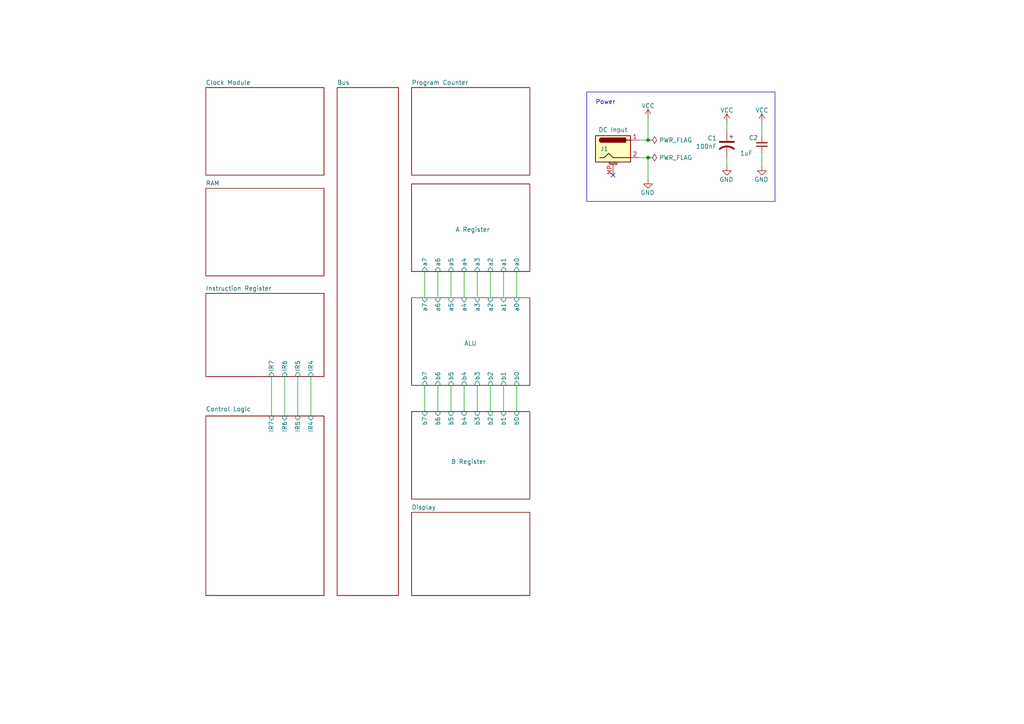
<source format=kicad_sch>
(kicad_sch (version 20230121) (generator eeschema)
  (paper "A4")
  (title_block (title "8 bit computer") (date "2024-01-13") (rev "1.0") (comment 1 "Ben Eater's 8 bit computer") (comment 2 "by Alireza Alavi"))
  (lib_symbols
    (symbol "Connector:Barrel_Jack_MountingPin" (pin_names hide)
      (property "Reference" "J" (at 0 5.334 0))
      (property "Value" "Barrel_Jack_MountingPin" (at 1.27 -6.35 0))
      (symbol "Barrel_Jack_MountingPin_0_1"
        (rectangle (start -5.08 3.81) (end 5.08 -3.81) (stroke (width 0.254)) (fill (type background)))
        (arc (start -3.302 3.175) (mid -3.9343 2.54) (end -3.302 1.905) (stroke (width 0.254)))
        (arc (start -3.302 3.175) (mid -3.9343 2.54) (end -3.302 1.905) (stroke (width 0.254)) (fill (type outline)))
        (polyline (pts (xy 5.08 2.54) (xy 3.81 2.54)) (stroke (width 0.254)))
        (polyline (pts (xy -3.81 -2.54) (xy -2.54 -2.54) (xy -1.27 -1.27) (xy 0 -2.54) (xy 2.54 -2.54) (xy 5.08 -2.54)) (stroke (width 0.254)))
        (rectangle (start 3.683 3.175) (end -3.302 1.905) (stroke (width 0.254)) (fill (type outline)))
      )
      (symbol "Barrel_Jack_MountingPin_1_1"
        (polyline (pts (xy -1.016 -4.572) (xy 1.016 -4.572)) (stroke (width 0.1524)))
        (text "Mounting" (at 0 -4.191 0) (effects (font (size 0.381 0.381))))
        (pin passive line (at 7.62 2.54 180) (length 2.54) (name "~") (number "1"))
        (pin passive line (at 7.62 -2.54 180) (length 2.54) (name "~") (number "2"))
        (pin passive line (at 0 -7.62 90) (length 3.048) (name "MountPin") (number "MP"))
      )
    )
    (symbol "Device:C_Polarized_US" (pin_numbers hide) (pin_names (offset 0.254) hide)
      (property "Reference" "C" (at 0.635 2.54 0))
      (property "Value" "C_Polarized_US" (at 0.635 -2.54 0))
      (symbol "C_Polarized_US_0_1"
        (polyline (pts (xy -2.032 0.762) (xy 2.032 0.762)) (stroke (width 0.508)))
        (polyline (pts (xy -1.778 2.286) (xy -0.762 2.286)))
        (polyline (pts (xy -1.27 1.778) (xy -1.27 2.794)))
        (arc (start 2.032 -1.27) (mid 0 -0.5572) (end -2.032 -1.27) (stroke (width 0.508)))
      )
      (symbol "C_Polarized_US_1_1"
        (pin passive line (at 0 3.81 270) (length 2.794) (name "~") (number "1"))
        (pin passive line (at 0 -3.81 90) (length 3.302) (name "~") (number "2"))
      )
    )
    (symbol "Device:C_Small" (pin_numbers hide) (pin_names (offset 0.254) hide)
      (property "Reference" "C" (at 0.254 1.778 0))
      (property "Value" "C_Small" (at 0.254 -2.032 0))
      (symbol "C_Small_0_1"
        (polyline (pts (xy -1.524 -0.508) (xy 1.524 -0.508)) (stroke (width 0.3302)))
        (polyline (pts (xy -1.524 0.508) (xy 1.524 0.508)) (stroke (width 0.3048)))
      )
      (symbol "C_Small_1_1"
        (pin passive line (at 0 2.54 270) (length 2.032) (name "~") (number "1"))
        (pin passive line (at 0 -2.54 90) (length 2.032) (name "~") (number "2"))
      )
    )
    (symbol "power:GND" (power) (pin_names (offset 0))
      (property "Value" "GND" (at 0 -3.81 0))
      (symbol "GND_0_1"
        (polyline (pts (xy 0 0) (xy 0 -1.27) (xy 1.27 -1.27) (xy 0 -2.54) (xy -1.27 -1.27) (xy 0 -1.27)))
      )
      (symbol "GND_1_1"
        (pin power_in line (at 0 0 270) (length 0) hide (name "GND") (number "1"))
      )
    )
    (symbol "power:PWR_FLAG" (power) (pin_numbers hide) (pin_names (offset 0) hide)
      (property "Value" "PWR_FLAG" (at 0 3.81 0))
      (symbol "PWR_FLAG_0_0"
        (pin power_out line (at 0 0 90) (length 0) (name "pwr") (number "1"))
      )
      (symbol "PWR_FLAG_0_1"
        (polyline (pts (xy 0 0) (xy 0 1.27) (xy -1.016 1.905) (xy 0 2.54) (xy 1.016 1.905) (xy 0 1.27)))
      )
    )
    (symbol "power:VCC" (power) (pin_names (offset 0))
      (property "Value" "VCC" (at 0 3.81 0))
      (symbol "VCC_0_1"
        (polyline (pts (xy -0.762 1.27) (xy 0 2.54)))
        (polyline (pts (xy 0 0) (xy 0 2.54)))
        (polyline (pts (xy 0 2.54) (xy 0.762 1.27)))
      )
      (symbol "VCC_1_1"
        (pin power_in line (at 0 0 90) (length 0) hide (name "VCC") (number "1"))
      )
    )
  )
  (junction (at 187.96 40.64))
  (junction (at 187.96 45.72))
  (no_connect (at 177.8 50.8))
  (wire (pts (xy 123.19 111.76) (xy 123.19 119.38)))
  (wire (pts (xy 210.82 35.56) (xy 210.82 38.1)))
  (wire (pts (xy 123.19 78.74) (xy 123.19 86.36)))
  (wire (pts (xy 82.55 109.22) (xy 82.55 120.65)))
  (wire (pts (xy 210.82 45.72) (xy 210.82 48.26)))
  (wire (pts (xy 134.62 78.74) (xy 134.62 86.36)))
  (wire (pts (xy 142.24 111.76) (xy 142.24 119.38)))
  (wire (pts (xy 185.42 45.72) (xy 187.96 45.72)))
  (wire (pts (xy 130.81 111.76) (xy 130.81 119.38)))
  (wire (pts (xy 138.43 78.74) (xy 138.43 86.36)))
  (wire (pts (xy 149.86 78.74) (xy 149.86 86.36)))
  (wire (pts (xy 220.98 44.45) (xy 220.98 48.26)))
  (wire (pts (xy 142.24 78.74) (xy 142.24 86.36)))
  (wire (pts (xy 78.74 109.22) (xy 78.74 120.65)))
  (wire (pts (xy 138.43 111.76) (xy 138.43 119.38)))
  (wire (pts (xy 134.62 111.76) (xy 134.62 119.38)))
  (wire (pts (xy 220.98 35.56) (xy 220.98 39.37)))
  (wire (pts (xy 187.96 45.72) (xy 187.96 52.07)))
  (wire (pts (xy 86.36 109.22) (xy 86.36 120.65)))
  (wire (pts (xy 127 78.74) (xy 127 86.36)))
  (wire (pts (xy 149.86 111.76) (xy 149.86 119.38)))
  (wire (pts (xy 185.42 40.64) (xy 187.96 40.64)))
  (wire (pts (xy 146.05 111.76) (xy 146.05 119.38)))
  (wire (pts (xy 187.96 34.29) (xy 187.96 40.64)))
  (wire (pts (xy 127 111.76) (xy 127 119.38)))
  (wire (pts (xy 130.81 78.74) (xy 130.81 86.36)))
  (wire (pts (xy 146.05 78.74) (xy 146.05 86.36)))
  (wire (pts (xy 90.17 109.22) (xy 90.17 120.65)))
  (rectangle (start 170.18 26.67) (end 224.79 58.42))
  (text "Power" (at 172.72 30.48 0) (effects (font (size 1.27 1.27)) (justify left bottom)))
  (symbol (lib_id "power:GND") (at 187.96 52.07 0) (mirror y) (unit 1)
    (property "Reference" "#PWR02" (effects hide))
    (property "Value" "GND" (at 189.865 55.88 0) (effects (justify left)))
  )
  (symbol (lib_id "power:VCC") (at 210.82 35.56 0) (unit 1)
    (property "Reference" "#PWR03" (effects hide))
    (property "Value" "VCC" (at 210.82 31.9842 0))
  )
  (symbol (lib_id "power:GND") (at 210.82 48.26 0) (mirror y) (unit 1)
    (property "Reference" "#PWR04" (effects hide))
    (property "Value" "GND" (at 212.725 52.07 0) (effects (justify left)))
  )
  (symbol (lib_id "power:VCC") (at 220.98 35.56 0) (unit 1)
    (property "Reference" "#PWR05" (effects hide))
    (property "Value" "VCC" (at 220.98 31.9842 0))
  )
  (symbol (lib_id "power:VCC") (at 187.96 34.29 0) (unit 1)
    (property "Reference" "#PWR01" (effects hide))
    (property "Value" "VCC" (at 187.96 30.7142 0))
  )
  (symbol (lib_id "Device:C_Small") (at 220.98 41.91 180) (unit 1)
    (property "Reference" "C2" (at 217.17 40.005 0) (effects (justify right)))
    (property "Value" "1uF" (at 214.63 44.45 0) (effects (justify right)))
    (property "Footprint" "Capacitor_THT:CP_Radial_D4.0mm_P2.00mm" (effects hide))
  )
  (symbol (lib_id "power:PWR_FLAG") (at 187.96 40.64 270) (mirror x) (unit 1)
    (property "Reference" "#FLG01" (effects hide))
    (property "Value" "PWR_FLAG" (at 191.1349 40.64 90) (effects (justify left)))
  )
  (symbol (lib_id "Device:C_Polarized_US") (at 210.82 41.91 0) (mirror y) (unit 1)
    (property "Reference" "C1" (at 207.899 40.0629 0) (effects (justify left)))
    (property "Value" "100nF" (at 207.899 42.4871 0) (effects (justify left)))
    (property "Footprint" "Capacitor_THT:C_Disc_D3.4mm_W2.1mm_P2.50mm" (effects hide))
  )
  (symbol (lib_id "power:PWR_FLAG") (at 187.96 45.72 270) (mirror x) (unit 1)
    (property "Reference" "#FLG02" (effects hide))
    (property "Value" "PWR_FLAG" (at 191.1349 45.72 90) (effects (justify left)))
  )
  (symbol (lib_id "Connector:Barrel_Jack_MountingPin") (at 177.8 43.18 0) (unit 1)
    (property "Reference" "J1" (at 175.26 43.18 0))
    (property "Value" "DC Input" (at 177.8 37.6499 0))
    (property "Footprint" "Connector_BarrelJack:BarrelJack_Horizontal" (effects hide))
  )
  (symbol (lib_id "power:GND") (at 220.98 48.26 0) (mirror y) (unit 1)
    (property "Reference" "#PWR06" (effects hide))
    (property "Value" "GND" (at 222.885 52.07 0) (effects (justify left)))
  )
  (sheet (at 59.69 54.61) (size 34.29 25.4) (stroke (width 0.1524))
    (property "Sheetname" "RAM" (at 59.69 53.8984 0) (effects (justify left bottom)))
    (property "Sheetfile" "Schematics/RAM.kicad_sch" (effects hide))
  )
  (sheet (at 59.69 25.4) (size 34.29 25.4) (stroke (width 0.1524))
    (property "Sheetname" "Clock Module" (at 59.69 24.6884 0) (effects (justify left bottom)))
    (property "Sheetfile" "Schematics/Clock_Module.kicad_sch" (effects hide))
  )
  (sheet (at 119.38 148.59) (size 34.29 24.13) (stroke (width 0.1524))
    (property "Sheetname" "Display" (at 119.38 147.8784 0) (effects (justify left bottom)))
    (property "Sheetfile" "Schematics/Display.kicad_sch" (effects hide))
  )
  (sheet (at 119.38 25.4) (size 34.29 25.4) (stroke (width 0.1524))
    (property "Sheetname" "Program Counter" (at 119.38 24.6884 0) (effects (justify left bottom)))
    (property "Sheetfile" "Schematics/Program_Counter.kicad_sch" (effects hide))
  )
  (sheet (at 119.38 119.38) (size 34.29 25.4) (stroke (width 0.1524))
    (property "Sheetname" "B Register" (at 130.81 134.62 0) (effects (justify left bottom)))
    (property "Sheetfile" "Schematics/B_Register.kicad_sch" (effects hide))
    (pin "b1" input (at 146.05 119.38 90))
    (pin "b0" input (at 149.86 119.38 90))
    (pin "b2" input (at 142.24 119.38 90))
    (pin "b3" input (at 138.43 119.38 90))
    (pin "b4" input (at 134.62 119.38 90))
    (pin "b6" input (at 127 119.38 90))
    (pin "b5" input (at 130.81 119.38 90))
    (pin "b7" input (at 123.19 119.38 90))
  )
  (sheet (at 59.69 120.65) (size 34.29 52.07) (stroke (width 0.1524))
    (property "Sheetname" "Control Logic" (at 59.69 119.38 0) (effects (justify left bottom)))
    (property "Sheetfile" "Schematics/Control_Logic.kicad_sch" (effects hide))
    (pin "IR7" input (at 78.74 120.65 90))
    (pin "IR4" input (at 90.17 120.65 90))
    (pin "IR5" input (at 86.36 120.65 90))
    (pin "IR6" input (at 82.55 120.65 90))
  )
  (sheet (at 97.79 25.4) (size 17.78 147.32) (stroke (width 0.1524))
    (property "Sheetname" "Bus" (at 97.79 24.6884 0) (effects (justify left bottom)))
    (property "Sheetfile" "Schematics/Bus.kicad_sch" (effects hide))
  )
  (sheet (at 59.69 85.09) (size 34.29 24.13) (stroke (width 0.1524))
    (property "Sheetname" "Instruction Register" (at 59.69 84.3784 0) (effects (justify left bottom)))
    (property "Sheetfile" "Schematics/Instruction_Register.kicad_sch" (effects hide))
    (pin "IR6" input (at 82.55 109.22 270))
    (pin "IR7" input (at 78.74 109.22 270))
    (pin "IR4" input (at 90.17 109.22 270))
    (pin "IR5" input (at 86.36 109.22 270))
  )
  (sheet (at 119.38 86.36) (size 34.29 25.4) (stroke (width 0.1524))
    (property "Sheetname" "ALU" (at 134.62 100.33 0) (effects (justify left bottom)))
    (property "Sheetfile" "Schematics/ALU.kicad_sch" (effects hide))
    (pin "a2" input (at 142.24 86.36 90))
    (pin "a3" input (at 138.43 86.36 90))
    (pin "a1" input (at 146.05 86.36 90))
    (pin "a0" input (at 149.86 86.36 90))
    (pin "a4" input (at 134.62 86.36 90))
    (pin "a5" input (at 130.81 86.36 90))
    (pin "a6" input (at 127 86.36 90))
    (pin "b1" input (at 146.05 111.76 270))
    (pin "b0" input (at 149.86 111.76 270))
    (pin "b3" input (at 138.43 111.76 270))
    (pin "b2" input (at 142.24 111.76 270))
    (pin "a7" input (at 123.19 86.36 90))
    (pin "b4" input (at 134.62 111.76 270))
    (pin "b6" input (at 127 111.76 270))
    (pin "b7" input (at 123.19 111.76 270))
    (pin "b5" input (at 130.81 111.76 270))
  )
  (sheet (at 119.38 53.34) (size 34.29 25.4) (stroke (width 0.1524))
    (property "Sheetname" "A Register" (at 132.08 67.31 0) (effects (justify left bottom)))
    (property "Sheetfile" "Schematics/A_Register.kicad_sch" (effects hide))
    (pin "a0" input (at 149.86 78.74 270))
    (pin "a2" input (at 142.24 78.74 270))
    (pin "a1" input (at 146.05 78.74 270))
    (pin "a7" input (at 123.19 78.74 270))
    (pin "a6" input (at 127 78.74 270))
    (pin "a5" input (at 130.81 78.74 270))
    (pin "a4" input (at 134.62 78.74 270))
    (pin "a3" input (at 138.43 78.74 270))
  )
)
</source>
